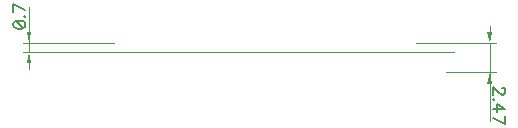
<source format=gbr>
G04 DipTrace 3.1.0.1*
G04 lt3757_nixie_power_supply_nosnub-route-5.TopDimension.gbr*
%MOIN*%
G04 #@! TF.FileFunction,Drawing,Top*
G04 #@! TF.Part,Single*
%ADD13C,0.001378*%
%ADD75C,0.006176*%
%FSLAX26Y26*%
G04*
G70*
G90*
G75*
G01*
G04 TopDimension*
%LPD*%
X520000Y520000D2*
D13*
X216850D1*
X1653858Y492441D2*
X216850D1*
X236535Y520000D2*
Y492441D1*
Y579055D2*
Y559370D1*
G36*
Y520000D2*
X228661Y559370D1*
X244409D1*
X236535Y520000D1*
G37*
Y433386D2*
D13*
Y453071D1*
G36*
Y492441D2*
X244409Y453071D1*
X228661D1*
X236535Y492441D1*
G37*
Y641509D2*
D13*
Y520000D1*
X1527874D2*
X1791654D1*
X1625030Y422844D2*
X1791654D1*
X1771969Y520000D2*
Y422844D1*
Y579055D2*
Y559370D1*
G36*
Y520000D2*
X1764094Y559370D1*
X1779843D1*
X1771969Y520000D1*
G37*
Y363789D2*
D13*
Y383474D1*
G36*
Y422844D2*
X1779843Y383474D1*
X1764094D1*
X1771969Y422844D1*
G37*
Y260288D2*
D13*
Y520000D1*
X184177Y580130D2*
D75*
X186078Y574382D1*
X191826Y570535D1*
X201377Y568634D1*
X207125D1*
X216675Y570535D1*
X222423Y574382D1*
X224325Y580130D1*
Y583932D1*
X222423Y589680D1*
X216675Y593483D1*
X207125Y595428D1*
X201377D1*
X191826Y593483D1*
X186078Y589680D1*
X184177Y583932D1*
Y580130D1*
X191826Y593483D2*
X216675Y570535D1*
X220478Y609681D2*
X222423Y607780D1*
X224325Y609681D1*
X222423Y611626D1*
X220478Y609681D1*
X224325Y631627D2*
X184177Y650773D1*
Y623978D1*
X1814776Y372265D2*
X1816678D1*
X1820525Y370363D1*
X1822426Y368462D1*
X1824327Y364615D1*
Y356966D1*
X1822426Y353164D1*
X1820525Y351262D1*
X1816678Y349317D1*
X1812875D1*
X1809028Y351262D1*
X1803325Y355065D1*
X1784179Y374210D1*
Y347416D1*
X1788026Y333163D2*
X1786081Y335064D1*
X1784179Y333163D1*
X1786081Y331217D1*
X1788026Y333163D1*
X1784179Y299721D2*
X1824327D1*
X1797577Y318866D1*
Y290170D1*
X1784179Y270169D2*
X1824327Y251024D1*
Y277819D1*
M02*

</source>
